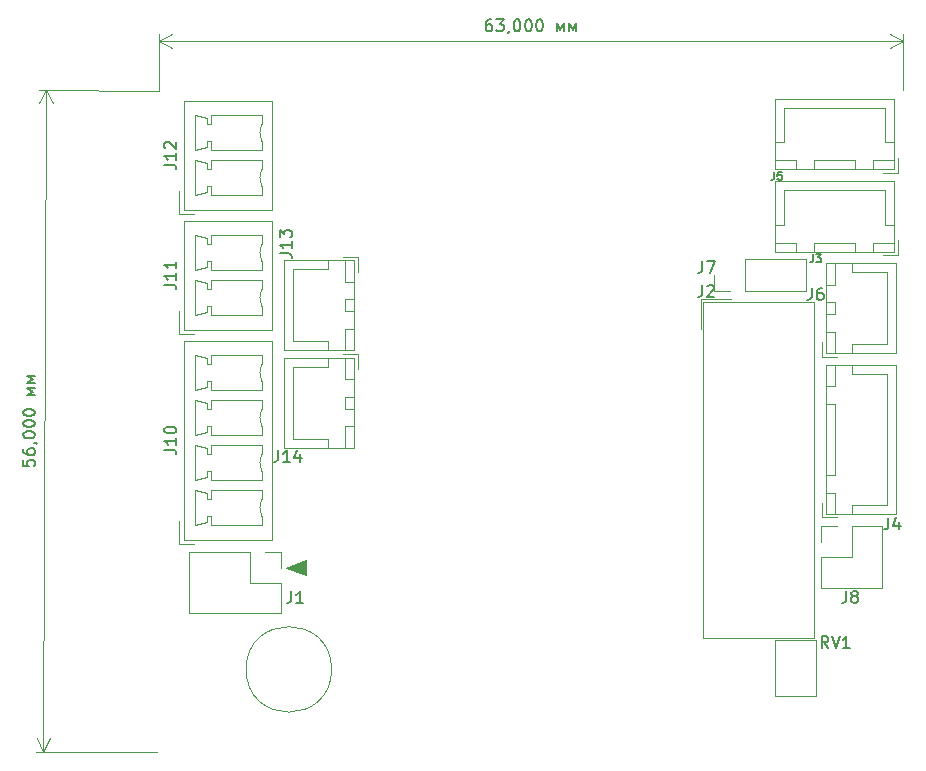
<source format=gbr>
G04 #@! TF.GenerationSoftware,KiCad,Pcbnew,(5.1.0-1252-g029b624e9)*
G04 #@! TF.CreationDate,2019-07-23T23:54:41+03:00*
G04 #@! TF.ProjectId,123,3132332e-6b69-4636-9164-5f7063625858,rev?*
G04 #@! TF.SameCoordinates,Original*
G04 #@! TF.FileFunction,Legend,Top*
G04 #@! TF.FilePolarity,Positive*
%FSLAX46Y46*%
G04 Gerber Fmt 4.6, Leading zero omitted, Abs format (unit mm)*
G04 Created by KiCad (PCBNEW (5.1.0-1252-g029b624e9)) date 2019-07-23 23:54:41*
%MOMM*%
%LPD*%
G04 APERTURE LIST*
%ADD10C,0.150000*%
%ADD11C,0.120000*%
%ADD12C,0.100000*%
G04 APERTURE END LIST*
D10*
X58867753Y-77892525D02*
X58866053Y-78368712D01*
X59342070Y-78418032D01*
X59294621Y-78370243D01*
X59247343Y-78274835D01*
X59248193Y-78036742D01*
X59296152Y-77941674D01*
X59343941Y-77894225D01*
X59439348Y-77846947D01*
X59677442Y-77847797D01*
X59772509Y-77895756D01*
X59819958Y-77943545D01*
X59867237Y-78038952D01*
X59866386Y-78277046D01*
X59818427Y-78372114D01*
X59770639Y-78419562D01*
X58870985Y-76987769D02*
X58870304Y-77178244D01*
X58917583Y-77273651D01*
X58965032Y-77321440D01*
X59107548Y-77417188D01*
X59297853Y-77465487D01*
X59678803Y-77466847D01*
X59774210Y-77419569D01*
X59821999Y-77372120D01*
X59869958Y-77277053D01*
X59870638Y-77086578D01*
X59823359Y-76991170D01*
X59775911Y-76943381D01*
X59680843Y-76895422D01*
X59442750Y-76894572D01*
X59347342Y-76941851D01*
X59299553Y-76989299D01*
X59251594Y-77084367D01*
X59250914Y-77274842D01*
X59298193Y-77370249D01*
X59345641Y-77418038D01*
X59440709Y-77465997D01*
X59825400Y-76419745D02*
X59873019Y-76419915D01*
X59968086Y-76467874D01*
X60015535Y-76515663D01*
X58875236Y-75797300D02*
X58875576Y-75702063D01*
X58923535Y-75606995D01*
X58971324Y-75559546D01*
X59066732Y-75512268D01*
X59257377Y-75465329D01*
X59495470Y-75466180D01*
X59685775Y-75514479D01*
X59780843Y-75562438D01*
X59828291Y-75610226D01*
X59875570Y-75705634D01*
X59875230Y-75800871D01*
X59827271Y-75895939D01*
X59779482Y-75943388D01*
X59684075Y-75990666D01*
X59493430Y-76037605D01*
X59255336Y-76036754D01*
X59065031Y-75988455D01*
X58969963Y-75940496D01*
X58922515Y-75892708D01*
X58875236Y-75797300D01*
X58878638Y-74844925D02*
X58878978Y-74749688D01*
X58926937Y-74654620D01*
X58974725Y-74607172D01*
X59070133Y-74559893D01*
X59260778Y-74512955D01*
X59498872Y-74513805D01*
X59689177Y-74562104D01*
X59784244Y-74610063D01*
X59831693Y-74657852D01*
X59878971Y-74753259D01*
X59878631Y-74848497D01*
X59830672Y-74943564D01*
X59782883Y-74991013D01*
X59687476Y-75038291D01*
X59496831Y-75085230D01*
X59258737Y-75084379D01*
X59068432Y-75036080D01*
X58973365Y-74988122D01*
X58925916Y-74940333D01*
X58878638Y-74844925D01*
X58882039Y-73892550D02*
X58882379Y-73797313D01*
X58930338Y-73702245D01*
X58978127Y-73654797D01*
X59073534Y-73607518D01*
X59264179Y-73560580D01*
X59502273Y-73561430D01*
X59692578Y-73609729D01*
X59787645Y-73657688D01*
X59835094Y-73705477D01*
X59882373Y-73800884D01*
X59882033Y-73896122D01*
X59834074Y-73991189D01*
X59786285Y-74038638D01*
X59690877Y-74085916D01*
X59500232Y-74132855D01*
X59262138Y-74132005D01*
X59071834Y-74083706D01*
X58976766Y-74035747D01*
X58929317Y-73987958D01*
X58882039Y-73892550D01*
X59887475Y-72372322D02*
X59220812Y-72369941D01*
X59745639Y-72086099D01*
X59222853Y-71798516D01*
X59889515Y-71800897D01*
X59891216Y-71324710D02*
X59224554Y-71322329D01*
X59749380Y-71038487D01*
X59226595Y-70750904D01*
X59893257Y-70753285D01*
D11*
X60797266Y-46565705D02*
X60597266Y-102565705D01*
X70400000Y-46600000D02*
X60210849Y-46563610D01*
X70200000Y-102600000D02*
X60010849Y-102563610D01*
X60597266Y-102565705D02*
X60014872Y-101437114D01*
X60597266Y-102565705D02*
X61187706Y-101441303D01*
X60797266Y-46565705D02*
X60206826Y-47690107D01*
X60797266Y-46565705D02*
X61379660Y-47694296D01*
D10*
X98514047Y-40582380D02*
X98323571Y-40582380D01*
X98228333Y-40630000D01*
X98180714Y-40677619D01*
X98085476Y-40820476D01*
X98037857Y-41010952D01*
X98037857Y-41391904D01*
X98085476Y-41487142D01*
X98133095Y-41534761D01*
X98228333Y-41582380D01*
X98418809Y-41582380D01*
X98514047Y-41534761D01*
X98561666Y-41487142D01*
X98609285Y-41391904D01*
X98609285Y-41153809D01*
X98561666Y-41058571D01*
X98514047Y-41010952D01*
X98418809Y-40963333D01*
X98228333Y-40963333D01*
X98133095Y-41010952D01*
X98085476Y-41058571D01*
X98037857Y-41153809D01*
X98942619Y-40582380D02*
X99561666Y-40582380D01*
X99228333Y-40963333D01*
X99371190Y-40963333D01*
X99466428Y-41010952D01*
X99514047Y-41058571D01*
X99561666Y-41153809D01*
X99561666Y-41391904D01*
X99514047Y-41487142D01*
X99466428Y-41534761D01*
X99371190Y-41582380D01*
X99085476Y-41582380D01*
X98990238Y-41534761D01*
X98942619Y-41487142D01*
X100037857Y-41534761D02*
X100037857Y-41582380D01*
X99990238Y-41677619D01*
X99942619Y-41725238D01*
X100656904Y-40582380D02*
X100752142Y-40582380D01*
X100847380Y-40630000D01*
X100895000Y-40677619D01*
X100942619Y-40772857D01*
X100990238Y-40963333D01*
X100990238Y-41201428D01*
X100942619Y-41391904D01*
X100895000Y-41487142D01*
X100847380Y-41534761D01*
X100752142Y-41582380D01*
X100656904Y-41582380D01*
X100561666Y-41534761D01*
X100514047Y-41487142D01*
X100466428Y-41391904D01*
X100418809Y-41201428D01*
X100418809Y-40963333D01*
X100466428Y-40772857D01*
X100514047Y-40677619D01*
X100561666Y-40630000D01*
X100656904Y-40582380D01*
X101609285Y-40582380D02*
X101704523Y-40582380D01*
X101799761Y-40630000D01*
X101847380Y-40677619D01*
X101895000Y-40772857D01*
X101942619Y-40963333D01*
X101942619Y-41201428D01*
X101895000Y-41391904D01*
X101847380Y-41487142D01*
X101799761Y-41534761D01*
X101704523Y-41582380D01*
X101609285Y-41582380D01*
X101514047Y-41534761D01*
X101466428Y-41487142D01*
X101418809Y-41391904D01*
X101371190Y-41201428D01*
X101371190Y-40963333D01*
X101418809Y-40772857D01*
X101466428Y-40677619D01*
X101514047Y-40630000D01*
X101609285Y-40582380D01*
X102561666Y-40582380D02*
X102656904Y-40582380D01*
X102752142Y-40630000D01*
X102799761Y-40677619D01*
X102847380Y-40772857D01*
X102895000Y-40963333D01*
X102895000Y-41201428D01*
X102847380Y-41391904D01*
X102799761Y-41487142D01*
X102752142Y-41534761D01*
X102656904Y-41582380D01*
X102561666Y-41582380D01*
X102466428Y-41534761D01*
X102418809Y-41487142D01*
X102371190Y-41391904D01*
X102323571Y-41201428D01*
X102323571Y-40963333D01*
X102371190Y-40772857D01*
X102418809Y-40677619D01*
X102466428Y-40630000D01*
X102561666Y-40582380D01*
X104085476Y-41582380D02*
X104085476Y-40915714D01*
X104371190Y-41439523D01*
X104656904Y-40915714D01*
X104656904Y-41582380D01*
X105133095Y-41582380D02*
X105133095Y-40915714D01*
X105418809Y-41439523D01*
X105704523Y-40915714D01*
X105704523Y-41582380D01*
D11*
X133395000Y-42400000D02*
X70395000Y-42400000D01*
X133395000Y-46590000D02*
X133395000Y-41813579D01*
X70395000Y-46590000D02*
X70395000Y-41813579D01*
X70395000Y-42400000D02*
X71521504Y-41813579D01*
X70395000Y-42400000D02*
X71521504Y-42986421D01*
X133395000Y-42400000D02*
X132268496Y-41813579D01*
X133395000Y-42400000D02*
X132268496Y-42986421D01*
D12*
G36*
X82804000Y-87630000D02*
G01*
X81153000Y-86995000D01*
X82804000Y-86360000D01*
X82804000Y-87630000D01*
G37*
X82804000Y-87630000D02*
X81153000Y-86995000D01*
X82804000Y-86360000D01*
X82804000Y-87630000D01*
D11*
X126007000Y-97904000D02*
X122507000Y-97904000D01*
X122507000Y-93104000D02*
X122507000Y-97904000D01*
X126007000Y-93104000D02*
X126007000Y-97904000D01*
X126007000Y-93104000D02*
X122507000Y-93104000D01*
X85000692Y-95608526D02*
G75*
G03X85000692Y-95608526I-3620000J0D01*
G01*
X86915000Y-69235000D02*
X80945000Y-69235000D01*
X80945000Y-69235000D02*
X80945000Y-76855000D01*
X80945000Y-76855000D02*
X86915000Y-76855000D01*
X86915000Y-76855000D02*
X86915000Y-69235000D01*
X86905000Y-72545000D02*
X86155000Y-72545000D01*
X86155000Y-72545000D02*
X86155000Y-73545000D01*
X86155000Y-73545000D02*
X86905000Y-73545000D01*
X86905000Y-73545000D02*
X86905000Y-72545000D01*
X86905000Y-69245000D02*
X86155000Y-69245000D01*
X86155000Y-69245000D02*
X86155000Y-71045000D01*
X86155000Y-71045000D02*
X86905000Y-71045000D01*
X86905000Y-71045000D02*
X86905000Y-69245000D01*
X86905000Y-75045000D02*
X86155000Y-75045000D01*
X86155000Y-75045000D02*
X86155000Y-76845000D01*
X86155000Y-76845000D02*
X86905000Y-76845000D01*
X86905000Y-76845000D02*
X86905000Y-75045000D01*
X84655000Y-69245000D02*
X84655000Y-69995000D01*
X84655000Y-69995000D02*
X81705000Y-69995000D01*
X81705000Y-69995000D02*
X81705000Y-73045000D01*
X84655000Y-76845000D02*
X84655000Y-76095000D01*
X84655000Y-76095000D02*
X81705000Y-76095000D01*
X81705000Y-76095000D02*
X81705000Y-73045000D01*
X87205000Y-70195000D02*
X87205000Y-68945000D01*
X87205000Y-68945000D02*
X85955000Y-68945000D01*
X86915000Y-60980000D02*
X80945000Y-60980000D01*
X80945000Y-60980000D02*
X80945000Y-68600000D01*
X80945000Y-68600000D02*
X86915000Y-68600000D01*
X86915000Y-68600000D02*
X86915000Y-60980000D01*
X86905000Y-64290000D02*
X86155000Y-64290000D01*
X86155000Y-64290000D02*
X86155000Y-65290000D01*
X86155000Y-65290000D02*
X86905000Y-65290000D01*
X86905000Y-65290000D02*
X86905000Y-64290000D01*
X86905000Y-60990000D02*
X86155000Y-60990000D01*
X86155000Y-60990000D02*
X86155000Y-62790000D01*
X86155000Y-62790000D02*
X86905000Y-62790000D01*
X86905000Y-62790000D02*
X86905000Y-60990000D01*
X86905000Y-66790000D02*
X86155000Y-66790000D01*
X86155000Y-66790000D02*
X86155000Y-68590000D01*
X86155000Y-68590000D02*
X86905000Y-68590000D01*
X86905000Y-68590000D02*
X86905000Y-66790000D01*
X84655000Y-60990000D02*
X84655000Y-61740000D01*
X84655000Y-61740000D02*
X81705000Y-61740000D01*
X81705000Y-61740000D02*
X81705000Y-64790000D01*
X84655000Y-68590000D02*
X84655000Y-67840000D01*
X84655000Y-67840000D02*
X81705000Y-67840000D01*
X81705000Y-67840000D02*
X81705000Y-64790000D01*
X87205000Y-61940000D02*
X87205000Y-60690000D01*
X87205000Y-60690000D02*
X85955000Y-60690000D01*
X79084845Y-53225353D02*
G75*
G03X79085000Y-54725000I1700155J-749647D01*
G01*
X79084845Y-49415353D02*
G75*
G03X79085000Y-50915000I1700155J-749647D01*
G01*
X72475000Y-56685000D02*
X79945000Y-56685000D01*
X79945000Y-56685000D02*
X79945000Y-47455000D01*
X79945000Y-47455000D02*
X72475000Y-47455000D01*
X72475000Y-47455000D02*
X72475000Y-56685000D01*
X79085000Y-54725000D02*
X79085000Y-55475000D01*
X79085000Y-55475000D02*
X74785000Y-55475000D01*
X74785000Y-55475000D02*
X74785000Y-54725000D01*
X74785000Y-54725000D02*
X74435000Y-54725000D01*
X74435000Y-54725000D02*
X74435000Y-55225000D01*
X74435000Y-55225000D02*
X73435000Y-55475000D01*
X73435000Y-55475000D02*
X73435000Y-52475000D01*
X73435000Y-52475000D02*
X74435000Y-52725000D01*
X74435000Y-52725000D02*
X74435000Y-53225000D01*
X74435000Y-53225000D02*
X74785000Y-53225000D01*
X74785000Y-53225000D02*
X74785000Y-52475000D01*
X74785000Y-52475000D02*
X79085000Y-52475000D01*
X79085000Y-52475000D02*
X79085000Y-53225000D01*
X79085000Y-50915000D02*
X79085000Y-51665000D01*
X79085000Y-51665000D02*
X74785000Y-51665000D01*
X74785000Y-51665000D02*
X74785000Y-50915000D01*
X74785000Y-50915000D02*
X74435000Y-50915000D01*
X74435000Y-50915000D02*
X74435000Y-51415000D01*
X74435000Y-51415000D02*
X73435000Y-51665000D01*
X73435000Y-51665000D02*
X73435000Y-48665000D01*
X73435000Y-48665000D02*
X74435000Y-48915000D01*
X74435000Y-48915000D02*
X74435000Y-49415000D01*
X74435000Y-49415000D02*
X74785000Y-49415000D01*
X74785000Y-49415000D02*
X74785000Y-48665000D01*
X74785000Y-48665000D02*
X79085000Y-48665000D01*
X79085000Y-48665000D02*
X79085000Y-49415000D01*
X73335000Y-57075000D02*
X72085000Y-57075000D01*
X72085000Y-57075000D02*
X72085000Y-55075000D01*
X79084845Y-63385353D02*
G75*
G03X79085000Y-64885000I1700155J-749647D01*
G01*
X79084845Y-59575353D02*
G75*
G03X79085000Y-61075000I1700155J-749647D01*
G01*
X72475000Y-66845000D02*
X79945000Y-66845000D01*
X79945000Y-66845000D02*
X79945000Y-57615000D01*
X79945000Y-57615000D02*
X72475000Y-57615000D01*
X72475000Y-57615000D02*
X72475000Y-66845000D01*
X79085000Y-64885000D02*
X79085000Y-65635000D01*
X79085000Y-65635000D02*
X74785000Y-65635000D01*
X74785000Y-65635000D02*
X74785000Y-64885000D01*
X74785000Y-64885000D02*
X74435000Y-64885000D01*
X74435000Y-64885000D02*
X74435000Y-65385000D01*
X74435000Y-65385000D02*
X73435000Y-65635000D01*
X73435000Y-65635000D02*
X73435000Y-62635000D01*
X73435000Y-62635000D02*
X74435000Y-62885000D01*
X74435000Y-62885000D02*
X74435000Y-63385000D01*
X74435000Y-63385000D02*
X74785000Y-63385000D01*
X74785000Y-63385000D02*
X74785000Y-62635000D01*
X74785000Y-62635000D02*
X79085000Y-62635000D01*
X79085000Y-62635000D02*
X79085000Y-63385000D01*
X79085000Y-61075000D02*
X79085000Y-61825000D01*
X79085000Y-61825000D02*
X74785000Y-61825000D01*
X74785000Y-61825000D02*
X74785000Y-61075000D01*
X74785000Y-61075000D02*
X74435000Y-61075000D01*
X74435000Y-61075000D02*
X74435000Y-61575000D01*
X74435000Y-61575000D02*
X73435000Y-61825000D01*
X73435000Y-61825000D02*
X73435000Y-58825000D01*
X73435000Y-58825000D02*
X74435000Y-59075000D01*
X74435000Y-59075000D02*
X74435000Y-59575000D01*
X74435000Y-59575000D02*
X74785000Y-59575000D01*
X74785000Y-59575000D02*
X74785000Y-58825000D01*
X74785000Y-58825000D02*
X79085000Y-58825000D01*
X79085000Y-58825000D02*
X79085000Y-59575000D01*
X73335000Y-67235000D02*
X72085000Y-67235000D01*
X72085000Y-67235000D02*
X72085000Y-65235000D01*
X79084845Y-81165353D02*
G75*
G03X79085000Y-82665000I1700155J-749647D01*
G01*
X79084845Y-77355353D02*
G75*
G03X79085000Y-78855000I1700155J-749647D01*
G01*
X79084845Y-73545353D02*
G75*
G03X79085000Y-75045000I1700155J-749647D01*
G01*
X79084845Y-69735353D02*
G75*
G03X79085000Y-71235000I1700155J-749647D01*
G01*
X72475000Y-84625000D02*
X79945000Y-84625000D01*
X79945000Y-84625000D02*
X79945000Y-67775000D01*
X79945000Y-67775000D02*
X72475000Y-67775000D01*
X72475000Y-67775000D02*
X72475000Y-84625000D01*
X79085000Y-82665000D02*
X79085000Y-83415000D01*
X79085000Y-83415000D02*
X74785000Y-83415000D01*
X74785000Y-83415000D02*
X74785000Y-82665000D01*
X74785000Y-82665000D02*
X74435000Y-82665000D01*
X74435000Y-82665000D02*
X74435000Y-83165000D01*
X74435000Y-83165000D02*
X73435000Y-83415000D01*
X73435000Y-83415000D02*
X73435000Y-80415000D01*
X73435000Y-80415000D02*
X74435000Y-80665000D01*
X74435000Y-80665000D02*
X74435000Y-81165000D01*
X74435000Y-81165000D02*
X74785000Y-81165000D01*
X74785000Y-81165000D02*
X74785000Y-80415000D01*
X74785000Y-80415000D02*
X79085000Y-80415000D01*
X79085000Y-80415000D02*
X79085000Y-81165000D01*
X79085000Y-78855000D02*
X79085000Y-79605000D01*
X79085000Y-79605000D02*
X74785000Y-79605000D01*
X74785000Y-79605000D02*
X74785000Y-78855000D01*
X74785000Y-78855000D02*
X74435000Y-78855000D01*
X74435000Y-78855000D02*
X74435000Y-79355000D01*
X74435000Y-79355000D02*
X73435000Y-79605000D01*
X73435000Y-79605000D02*
X73435000Y-76605000D01*
X73435000Y-76605000D02*
X74435000Y-76855000D01*
X74435000Y-76855000D02*
X74435000Y-77355000D01*
X74435000Y-77355000D02*
X74785000Y-77355000D01*
X74785000Y-77355000D02*
X74785000Y-76605000D01*
X74785000Y-76605000D02*
X79085000Y-76605000D01*
X79085000Y-76605000D02*
X79085000Y-77355000D01*
X79085000Y-75045000D02*
X79085000Y-75795000D01*
X79085000Y-75795000D02*
X74785000Y-75795000D01*
X74785000Y-75795000D02*
X74785000Y-75045000D01*
X74785000Y-75045000D02*
X74435000Y-75045000D01*
X74435000Y-75045000D02*
X74435000Y-75545000D01*
X74435000Y-75545000D02*
X73435000Y-75795000D01*
X73435000Y-75795000D02*
X73435000Y-72795000D01*
X73435000Y-72795000D02*
X74435000Y-73045000D01*
X74435000Y-73045000D02*
X74435000Y-73545000D01*
X74435000Y-73545000D02*
X74785000Y-73545000D01*
X74785000Y-73545000D02*
X74785000Y-72795000D01*
X74785000Y-72795000D02*
X79085000Y-72795000D01*
X79085000Y-72795000D02*
X79085000Y-73545000D01*
X79085000Y-71235000D02*
X79085000Y-71985000D01*
X79085000Y-71985000D02*
X74785000Y-71985000D01*
X74785000Y-71985000D02*
X74785000Y-71235000D01*
X74785000Y-71235000D02*
X74435000Y-71235000D01*
X74435000Y-71235000D02*
X74435000Y-71735000D01*
X74435000Y-71735000D02*
X73435000Y-71985000D01*
X73435000Y-71985000D02*
X73435000Y-68985000D01*
X73435000Y-68985000D02*
X74435000Y-69235000D01*
X74435000Y-69235000D02*
X74435000Y-69735000D01*
X74435000Y-69735000D02*
X74785000Y-69735000D01*
X74785000Y-69735000D02*
X74785000Y-68985000D01*
X74785000Y-68985000D02*
X79085000Y-68985000D01*
X79085000Y-68985000D02*
X79085000Y-69735000D01*
X73335000Y-85015000D02*
X72085000Y-85015000D01*
X72085000Y-85015000D02*
X72085000Y-83015000D01*
X126432000Y-88706000D02*
X131632000Y-88706000D01*
X126432000Y-86106000D02*
X126432000Y-88706000D01*
X131632000Y-83506000D02*
X131632000Y-88706000D01*
X126432000Y-86106000D02*
X129032000Y-86106000D01*
X129032000Y-86106000D02*
X129032000Y-83506000D01*
X129032000Y-83506000D02*
X131632000Y-83506000D01*
X126432000Y-84836000D02*
X126432000Y-83506000D01*
X126432000Y-83506000D02*
X127762000Y-83506000D01*
X125155000Y-63560000D02*
X125155000Y-60900000D01*
X120015000Y-63560000D02*
X125155000Y-63560000D01*
X120015000Y-60900000D02*
X125155000Y-60900000D01*
X120015000Y-63560000D02*
X120015000Y-60900000D01*
X118745000Y-63560000D02*
X117415000Y-63560000D01*
X117415000Y-63560000D02*
X117415000Y-62230000D01*
X126826000Y-68854000D02*
X132796000Y-68854000D01*
X132796000Y-68854000D02*
X132796000Y-61234000D01*
X132796000Y-61234000D02*
X126826000Y-61234000D01*
X126826000Y-61234000D02*
X126826000Y-68854000D01*
X126836000Y-65544000D02*
X127586000Y-65544000D01*
X127586000Y-65544000D02*
X127586000Y-64544000D01*
X127586000Y-64544000D02*
X126836000Y-64544000D01*
X126836000Y-64544000D02*
X126836000Y-65544000D01*
X126836000Y-68844000D02*
X127586000Y-68844000D01*
X127586000Y-68844000D02*
X127586000Y-67044000D01*
X127586000Y-67044000D02*
X126836000Y-67044000D01*
X126836000Y-67044000D02*
X126836000Y-68844000D01*
X126836000Y-63044000D02*
X127586000Y-63044000D01*
X127586000Y-63044000D02*
X127586000Y-61244000D01*
X127586000Y-61244000D02*
X126836000Y-61244000D01*
X126836000Y-61244000D02*
X126836000Y-63044000D01*
X129086000Y-68844000D02*
X129086000Y-68094000D01*
X129086000Y-68094000D02*
X132036000Y-68094000D01*
X132036000Y-68094000D02*
X132036000Y-65044000D01*
X129086000Y-61244000D02*
X129086000Y-61994000D01*
X129086000Y-61994000D02*
X132036000Y-61994000D01*
X132036000Y-61994000D02*
X132036000Y-65044000D01*
X126536000Y-67894000D02*
X126536000Y-69144000D01*
X126536000Y-69144000D02*
X127786000Y-69144000D01*
X132655000Y-53260000D02*
X132655000Y-47290000D01*
X132655000Y-47290000D02*
X122535000Y-47290000D01*
X122535000Y-47290000D02*
X122535000Y-53260000D01*
X122535000Y-53260000D02*
X132655000Y-53260000D01*
X129345000Y-53250000D02*
X129345000Y-52500000D01*
X129345000Y-52500000D02*
X125845000Y-52500000D01*
X125845000Y-52500000D02*
X125845000Y-53250000D01*
X125845000Y-53250000D02*
X129345000Y-53250000D01*
X132645000Y-53250000D02*
X132645000Y-52500000D01*
X132645000Y-52500000D02*
X130845000Y-52500000D01*
X130845000Y-52500000D02*
X130845000Y-53250000D01*
X130845000Y-53250000D02*
X132645000Y-53250000D01*
X124345000Y-53250000D02*
X124345000Y-52500000D01*
X124345000Y-52500000D02*
X122545000Y-52500000D01*
X122545000Y-52500000D02*
X122545000Y-53250000D01*
X122545000Y-53250000D02*
X124345000Y-53250000D01*
X132645000Y-51000000D02*
X131895000Y-51000000D01*
X131895000Y-51000000D02*
X131895000Y-48050000D01*
X131895000Y-48050000D02*
X127595000Y-48050000D01*
X122545000Y-51000000D02*
X123295000Y-51000000D01*
X123295000Y-51000000D02*
X123295000Y-48050000D01*
X123295000Y-48050000D02*
X127595000Y-48050000D01*
X131695000Y-53550000D02*
X132945000Y-53550000D01*
X132945000Y-53550000D02*
X132945000Y-52300000D01*
X126826000Y-82450000D02*
X132796000Y-82450000D01*
X132796000Y-82450000D02*
X132796000Y-69830000D01*
X132796000Y-69830000D02*
X126826000Y-69830000D01*
X126826000Y-69830000D02*
X126826000Y-82450000D01*
X126836000Y-79140000D02*
X127586000Y-79140000D01*
X127586000Y-79140000D02*
X127586000Y-73140000D01*
X127586000Y-73140000D02*
X126836000Y-73140000D01*
X126836000Y-73140000D02*
X126836000Y-79140000D01*
X126836000Y-82440000D02*
X127586000Y-82440000D01*
X127586000Y-82440000D02*
X127586000Y-80640000D01*
X127586000Y-80640000D02*
X126836000Y-80640000D01*
X126836000Y-80640000D02*
X126836000Y-82440000D01*
X126836000Y-71640000D02*
X127586000Y-71640000D01*
X127586000Y-71640000D02*
X127586000Y-69840000D01*
X127586000Y-69840000D02*
X126836000Y-69840000D01*
X126836000Y-69840000D02*
X126836000Y-71640000D01*
X129086000Y-82440000D02*
X129086000Y-81690000D01*
X129086000Y-81690000D02*
X132036000Y-81690000D01*
X132036000Y-81690000D02*
X132036000Y-76140000D01*
X129086000Y-69840000D02*
X129086000Y-70590000D01*
X129086000Y-70590000D02*
X132036000Y-70590000D01*
X132036000Y-70590000D02*
X132036000Y-76140000D01*
X126536000Y-81490000D02*
X126536000Y-82740000D01*
X126536000Y-82740000D02*
X127786000Y-82740000D01*
X132655000Y-60245000D02*
X132655000Y-54275000D01*
X132655000Y-54275000D02*
X122535000Y-54275000D01*
X122535000Y-54275000D02*
X122535000Y-60245000D01*
X122535000Y-60245000D02*
X132655000Y-60245000D01*
X129345000Y-60235000D02*
X129345000Y-59485000D01*
X129345000Y-59485000D02*
X125845000Y-59485000D01*
X125845000Y-59485000D02*
X125845000Y-60235000D01*
X125845000Y-60235000D02*
X129345000Y-60235000D01*
X132645000Y-60235000D02*
X132645000Y-59485000D01*
X132645000Y-59485000D02*
X130845000Y-59485000D01*
X130845000Y-59485000D02*
X130845000Y-60235000D01*
X130845000Y-60235000D02*
X132645000Y-60235000D01*
X124345000Y-60235000D02*
X124345000Y-59485000D01*
X124345000Y-59485000D02*
X122545000Y-59485000D01*
X122545000Y-59485000D02*
X122545000Y-60235000D01*
X122545000Y-60235000D02*
X124345000Y-60235000D01*
X132645000Y-57985000D02*
X131895000Y-57985000D01*
X131895000Y-57985000D02*
X131895000Y-55035000D01*
X131895000Y-55035000D02*
X127595000Y-55035000D01*
X122545000Y-57985000D02*
X123295000Y-57985000D01*
X123295000Y-57985000D02*
X123295000Y-55035000D01*
X123295000Y-55035000D02*
X127595000Y-55035000D01*
X131695000Y-60535000D02*
X132945000Y-60535000D01*
X132945000Y-60535000D02*
X132945000Y-59285000D01*
X125833000Y-64500000D02*
X125833000Y-92980000D01*
X125833000Y-92980000D02*
X116483000Y-92980000D01*
X116483000Y-92980000D02*
X116483000Y-64500000D01*
X116483000Y-64500000D02*
X125833000Y-64500000D01*
X116233000Y-64250000D02*
X116233000Y-66790000D01*
X116233000Y-64250000D02*
X118773000Y-64250000D01*
X80705000Y-85665000D02*
X80705000Y-86995000D01*
X79375000Y-85665000D02*
X80705000Y-85665000D01*
X80705000Y-88265000D02*
X80705000Y-90865000D01*
X78105000Y-88265000D02*
X80705000Y-88265000D01*
X78105000Y-85665000D02*
X78105000Y-88265000D01*
X80705000Y-90865000D02*
X72965000Y-90865000D01*
X78105000Y-85665000D02*
X72965000Y-85665000D01*
X72965000Y-85665000D02*
X72965000Y-90865000D01*
D10*
X127060761Y-93797380D02*
X126727428Y-93321190D01*
X126489333Y-93797380D02*
X126489333Y-92797380D01*
X126870285Y-92797380D01*
X126965523Y-92845000D01*
X127013142Y-92892619D01*
X127060761Y-92987857D01*
X127060761Y-93130714D01*
X127013142Y-93225952D01*
X126965523Y-93273571D01*
X126870285Y-93321190D01*
X126489333Y-93321190D01*
X127346476Y-92797380D02*
X127679809Y-93797380D01*
X128013142Y-92797380D01*
X128870285Y-93797380D02*
X128298857Y-93797380D01*
X128584571Y-93797380D02*
X128584571Y-92797380D01*
X128489333Y-92940238D01*
X128394095Y-93035476D01*
X128298857Y-93083095D01*
X80470476Y-77049380D02*
X80470476Y-77763666D01*
X80422857Y-77906523D01*
X80327619Y-78001761D01*
X80184761Y-78049380D01*
X80089523Y-78049380D01*
X81470476Y-78049380D02*
X80899047Y-78049380D01*
X81184761Y-78049380D02*
X81184761Y-77049380D01*
X81089523Y-77192238D01*
X80994285Y-77287476D01*
X80899047Y-77335095D01*
X82327619Y-77382714D02*
X82327619Y-78049380D01*
X82089523Y-77001761D02*
X81851428Y-77716047D01*
X82470476Y-77716047D01*
X80605380Y-60372523D02*
X81319666Y-60372523D01*
X81462523Y-60420142D01*
X81557761Y-60515380D01*
X81605380Y-60658238D01*
X81605380Y-60753476D01*
X81605380Y-59372523D02*
X81605380Y-59943952D01*
X81605380Y-59658238D02*
X80605380Y-59658238D01*
X80748238Y-59753476D01*
X80843476Y-59848714D01*
X80891095Y-59943952D01*
X80605380Y-59039190D02*
X80605380Y-58420142D01*
X80986333Y-58753476D01*
X80986333Y-58610619D01*
X81033952Y-58515380D01*
X81081571Y-58467761D01*
X81176809Y-58420142D01*
X81414904Y-58420142D01*
X81510142Y-58467761D01*
X81557761Y-58515380D01*
X81605380Y-58610619D01*
X81605380Y-58896333D01*
X81557761Y-58991571D01*
X81510142Y-59039190D01*
X70837380Y-52884523D02*
X71551666Y-52884523D01*
X71694523Y-52932142D01*
X71789761Y-53027380D01*
X71837380Y-53170238D01*
X71837380Y-53265476D01*
X71837380Y-51884523D02*
X71837380Y-52455952D01*
X71837380Y-52170238D02*
X70837380Y-52170238D01*
X70980238Y-52265476D01*
X71075476Y-52360714D01*
X71123095Y-52455952D01*
X70932619Y-51503571D02*
X70885000Y-51455952D01*
X70837380Y-51360714D01*
X70837380Y-51122619D01*
X70885000Y-51027380D01*
X70932619Y-50979761D01*
X71027857Y-50932142D01*
X71123095Y-50932142D01*
X71265952Y-50979761D01*
X71837380Y-51551190D01*
X71837380Y-50932142D01*
X70837380Y-63044523D02*
X71551666Y-63044523D01*
X71694523Y-63092142D01*
X71789761Y-63187380D01*
X71837380Y-63330238D01*
X71837380Y-63425476D01*
X71837380Y-62044523D02*
X71837380Y-62615952D01*
X71837380Y-62330238D02*
X70837380Y-62330238D01*
X70980238Y-62425476D01*
X71075476Y-62520714D01*
X71123095Y-62615952D01*
X71837380Y-61092142D02*
X71837380Y-61663571D01*
X71837380Y-61377857D02*
X70837380Y-61377857D01*
X70980238Y-61473095D01*
X71075476Y-61568333D01*
X71123095Y-61663571D01*
X70837380Y-77004523D02*
X71551666Y-77004523D01*
X71694523Y-77052142D01*
X71789761Y-77147380D01*
X71837380Y-77290238D01*
X71837380Y-77385476D01*
X71837380Y-76004523D02*
X71837380Y-76575952D01*
X71837380Y-76290238D02*
X70837380Y-76290238D01*
X70980238Y-76385476D01*
X71075476Y-76480714D01*
X71123095Y-76575952D01*
X70837380Y-75385476D02*
X70837380Y-75290238D01*
X70885000Y-75195000D01*
X70932619Y-75147380D01*
X71027857Y-75099761D01*
X71218333Y-75052142D01*
X71456428Y-75052142D01*
X71646904Y-75099761D01*
X71742142Y-75147380D01*
X71789761Y-75195000D01*
X71837380Y-75290238D01*
X71837380Y-75385476D01*
X71789761Y-75480714D01*
X71742142Y-75528333D01*
X71646904Y-75575952D01*
X71456428Y-75623571D01*
X71218333Y-75623571D01*
X71027857Y-75575952D01*
X70932619Y-75528333D01*
X70885000Y-75480714D01*
X70837380Y-75385476D01*
X128571666Y-88987380D02*
X128571666Y-89701666D01*
X128524047Y-89844523D01*
X128428809Y-89939761D01*
X128285952Y-89987380D01*
X128190714Y-89987380D01*
X129190714Y-89415952D02*
X129095476Y-89368333D01*
X129047857Y-89320714D01*
X129000238Y-89225476D01*
X129000238Y-89177857D01*
X129047857Y-89082619D01*
X129095476Y-89035000D01*
X129190714Y-88987380D01*
X129381190Y-88987380D01*
X129476428Y-89035000D01*
X129524047Y-89082619D01*
X129571666Y-89177857D01*
X129571666Y-89225476D01*
X129524047Y-89320714D01*
X129476428Y-89368333D01*
X129381190Y-89415952D01*
X129190714Y-89415952D01*
X129095476Y-89463571D01*
X129047857Y-89511190D01*
X129000238Y-89606428D01*
X129000238Y-89796904D01*
X129047857Y-89892142D01*
X129095476Y-89939761D01*
X129190714Y-89987380D01*
X129381190Y-89987380D01*
X129476428Y-89939761D01*
X129524047Y-89892142D01*
X129571666Y-89796904D01*
X129571666Y-89606428D01*
X129524047Y-89511190D01*
X129476428Y-89463571D01*
X129381190Y-89415952D01*
X116379666Y-61047380D02*
X116379666Y-61761666D01*
X116332047Y-61904523D01*
X116236809Y-61999761D01*
X116093952Y-62047380D01*
X115998714Y-62047380D01*
X116760619Y-61047380D02*
X117427285Y-61047380D01*
X116998714Y-62047380D01*
X125650666Y-63333380D02*
X125650666Y-64047666D01*
X125603047Y-64190523D01*
X125507809Y-64285761D01*
X125364952Y-64333380D01*
X125269714Y-64333380D01*
X126555428Y-63333380D02*
X126364952Y-63333380D01*
X126269714Y-63381000D01*
X126222095Y-63428619D01*
X126126857Y-63571476D01*
X126079238Y-63761952D01*
X126079238Y-64142904D01*
X126126857Y-64238142D01*
X126174476Y-64285761D01*
X126269714Y-64333380D01*
X126460190Y-64333380D01*
X126555428Y-64285761D01*
X126603047Y-64238142D01*
X126650666Y-64142904D01*
X126650666Y-63904809D01*
X126603047Y-63809571D01*
X126555428Y-63761952D01*
X126460190Y-63714333D01*
X126269714Y-63714333D01*
X126174476Y-63761952D01*
X126126857Y-63809571D01*
X126079238Y-63904809D01*
X122448666Y-53464666D02*
X122448666Y-53964666D01*
X122415333Y-54064666D01*
X122348666Y-54131333D01*
X122248666Y-54164666D01*
X122182000Y-54164666D01*
X123115333Y-53464666D02*
X122782000Y-53464666D01*
X122748666Y-53798000D01*
X122782000Y-53764666D01*
X122848666Y-53731333D01*
X123015333Y-53731333D01*
X123082000Y-53764666D01*
X123115333Y-53798000D01*
X123148666Y-53864666D01*
X123148666Y-54031333D01*
X123115333Y-54098000D01*
X123082000Y-54131333D01*
X123015333Y-54164666D01*
X122848666Y-54164666D01*
X122782000Y-54131333D01*
X122748666Y-54098000D01*
X132127666Y-82764380D02*
X132127666Y-83478666D01*
X132080047Y-83621523D01*
X131984809Y-83716761D01*
X131841952Y-83764380D01*
X131746714Y-83764380D01*
X133032428Y-83097714D02*
X133032428Y-83764380D01*
X132794333Y-82716761D02*
X132556238Y-83431047D01*
X133175285Y-83431047D01*
X125750666Y-60449666D02*
X125750666Y-60949666D01*
X125717333Y-61049666D01*
X125650666Y-61116333D01*
X125550666Y-61149666D01*
X125484000Y-61149666D01*
X126017333Y-60449666D02*
X126450666Y-60449666D01*
X126217333Y-60716333D01*
X126317333Y-60716333D01*
X126384000Y-60749666D01*
X126417333Y-60783000D01*
X126450666Y-60849666D01*
X126450666Y-61016333D01*
X126417333Y-61083000D01*
X126384000Y-61116333D01*
X126317333Y-61149666D01*
X126117333Y-61149666D01*
X126050666Y-61116333D01*
X126017333Y-61083000D01*
X116379666Y-63079380D02*
X116379666Y-63793666D01*
X116332047Y-63936523D01*
X116236809Y-64031761D01*
X116093952Y-64079380D01*
X115998714Y-64079380D01*
X116808238Y-63174619D02*
X116855857Y-63127000D01*
X116951095Y-63079380D01*
X117189190Y-63079380D01*
X117284428Y-63127000D01*
X117332047Y-63174619D01*
X117379666Y-63269857D01*
X117379666Y-63365095D01*
X117332047Y-63507952D01*
X116760619Y-64079380D01*
X117379666Y-64079380D01*
X81581666Y-88987380D02*
X81581666Y-89701666D01*
X81534047Y-89844523D01*
X81438809Y-89939761D01*
X81295952Y-89987380D01*
X81200714Y-89987380D01*
X82581666Y-89987380D02*
X82010238Y-89987380D01*
X82295952Y-89987380D02*
X82295952Y-88987380D01*
X82200714Y-89130238D01*
X82105476Y-89225476D01*
X82010238Y-89273095D01*
M02*

</source>
